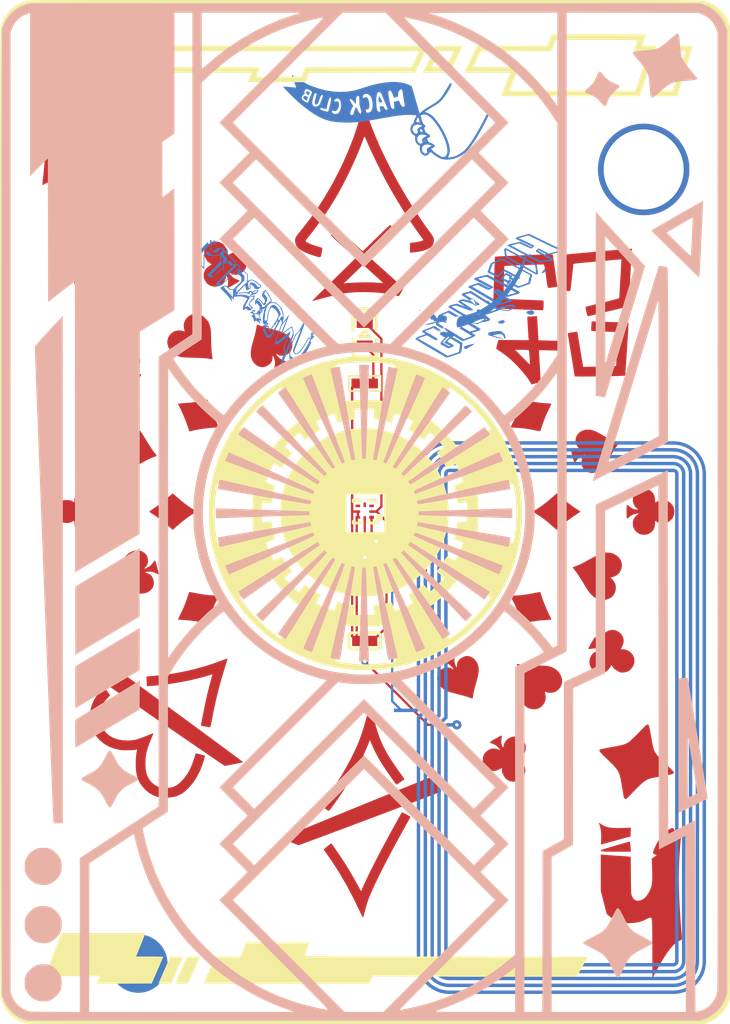
<source format=kicad_pcb>
(kicad_pcb (version 20241229) (generator "pcbnew") (generator_version "9.0")
  (layers (0 "F.Cu" signal) (2 "B.Cu" signal) (13 "F.Paste" user) (15 "B.Paste" user) (5 "F.SilkS" user "F.Silkscreen") (7 "B.SilkS" user "B.Silkscreen") (1 "F.Mask" user) (3 "B.Mask" user) (25 "Edge.Cuts" user))
  (net 0 "")
  (net 1 "Net-(U1-LA)")
  (net 2 "Net-(U1-LB)")
  (net 3 "Net-(LED1-K)")
  (net 4 "Net-(U1-VCC)")
  (net 5 "Net-(LED1-A)")
  (footprint "LOGO" (layer "F.Cu") (at 145.2999 89.9999)
    (property "Reference" "G***" (hide yes))
    (property "Value" "LOGO" (hide yes))
  )
  (footprint "cheapsuits:LED0805-R-RD (LED)" (layer "F.Cu") (at 145.2999 74.5 -90)
    (property "Reference" "LED1" (hide yes))
    (property "Value" "E6C0805UR")
  )
  (footprint "LOGO" (layer "F.Cu") (at 153.7 104.549227 -150)
    (property "Reference" "G***" (hide yes))
    (property "Value" "LOGO" (hide yes))
  )
  (footprint "LOGO" (layer "F.Cu") (at 132.808653 68.344369 30)
    (property "Reference" "G***44" (hide yes))
    (property "Value" "LOGO" (hide yes))
  )
  (footprint "LOGO" (layer "F.Cu") (at 145 89.5)
    (property "Reference" "G***" (hide yes))
    (property "Value" "LOGO" (hide yes))
  )
  (footprint "cheapsuits:XQFN-8_L1.6-W1.6-P0.50-BL_NT3H2111W0FHKH (NFC)" (layer "F.Cu") (at 145.2999 89.9999 180)
    (property "Reference" "U1" (hide yes))
    (property "Value" "NT3H2111W0FHKH")
  )
  (footprint "LOGO" (layer "F.Cu") (at 145.2999 89.9999)
    (property "Reference" "G***" (hide yes))
    (property "Value" "LOGO" (hide yes))
  )
  (footprint "LOGO" (layer "F.Cu") (at 170.3 90.009992 -90)
    (property "Reference" "G***40" (hide yes))
    (property "Value" "LOGO" (hide yes))
  )
  (footprint "LOGO" (layer "F.Cu") (at 160.079418 104.777646 -135)
    (property "Reference" "G***18" (hide yes))
    (property "Value" "LOGO" (hide yes))
  )
  (footprint "LOGO" (layer "F.Cu") (at 125.112474 95.410528 105)
    (property "Reference" "G***" (hide yes))
    (property "Value" "LOGO" (hide yes))
  )
  (footprint "LOGO" (layer "F.Cu") (at 136.9 75.450773 30)
    (property "Reference" "G***" (hide yes))
    (property "Value" "LOGO" (hide yes))
  )
  (footprint "LOGO" (layer "F.Cu") (at 165.488174 95.408108 -105)
    (property "Reference" "G***19" (hide yes))
    (property "Value" "LOGO" (hide yes))
  )
  (footprint "cheapsuits:C0603 (capacitor)" (layer "F.Cu") (at 145.3 101.3 180)
    (property "Reference" "C1" (hide yes))
    (property "Value" "CL10B224KA8NNNC")
  )
  (footprint "LOGO" (layer "F.Cu") (at 166.945639 102.508653 -120)
    (property "Reference" "G***39" (hide yes))
    (property "Value" "LOGO" (hide yes))
  )
  (footprint "LOGO" (layer "F.Cu") (at 159.849227 81.6 -60)
    (property "Reference" "G***9" (hide yes))
    (property "Value" "LOGO" (hide yes))
  )
  (footprint "LOGO" (layer "F.Cu") (at 125.111826 84.591892 75)
    (property "Reference" "G***13" (hide yes))
    (property "Value" "LOGO" (hide yes))
  )
  (footprint "LOGO" (layer "F.Cu") (at 128.5 90 90)
    (property "Reference" "G***2" (hide yes))
    (property "Value" "LOGO" (hide yes))
  )
  (footprint "LOGO" (layer "F.Cu") (at 130.750773 81.6 60)
    (property "Reference" "G***1" (hide yes))
    (property "Value" "LOGO" (hide yes))
  )
  (footprint "LOGO" (layer "F.Cu") (at 162.1 90 -90)
    (property "Reference" "G***8" (hide yes))
    (property "Value" "LOGO" (hide yes))
  )
  (footprint "LOGO" (layer "F.Cu") (at 145 89.5)
    (property "Reference" "G***" (hide yes))
    (property "Value" "LOGO" (hide yes))
  )
  (footprint "LOGO" (layer "F.Cu") (at 123.654361 77.491347 60)
    (property "Reference" "G***" (hide yes))
    (property "Value" "LOGO" (hide yes))
  )
  (footprint "LOGO" (layer "F.Cu") (at 157.791347 111.655631 -150)
    (property "Reference" "G***38" (hide yes))
    (property "Value" "LOGO" (hide yes))
  )
  (footprint "LOGO" (layer "F.Cu") (at 145.2999 90)
    (property "Reference" "G***" (hide yes))
    (property "Value" "LOGO" (hide yes))
  )
  (footprint "LOGO" (layer "F.Cu") (at 130.750773 98.4 120)
    (property "Reference" "G***3" (hide yes))
    (property "Value" "LOGO" (hide yes))
  )
  (footprint "LOGO" (layer "F.Cu") (at 130.520582 75.222354 45)
    (property "Reference" "G***" (hide yes))
    (property "Value" "LOGO" (hide yes))
  )
  (footprint "LOGO" (layer "F.Cu") (at 120.3 89.990008 90)
    (property "Reference" "G***34" (hide yes))
    (property "Value" "LOGO" (hide yes))
  )
  (footprint "LOGO" (layer "F.Cu") (at 145.3 90)
    (property "Reference" "G***" (hide yes))
    (property "Value" "LOGO" (hide yes))
  )
  (footprint "LOGO" (layer "F.Cu") (at 159.849227 98.4 -120)
    (property "Reference" "G***7" (hide yes))
    (property "Value" "LOGO" (hide yes))
  )
  (footprint "LOGO" (layer "F.Cu") (at 165.487526 84.589472 -75)
    (property "Reference" "G***" (hide yes))
    (property "Value" "LOGO" (hide yes))
  )
  (footprint "cheapsuits:R0603 (resistor)" (layer "F.Cu") (at 145.3 78.8 180)
    (property "Reference" "R1" (hide yes))
    (property "Value" "0603WAF470JT5E")
  )
  (footprint "LOGO" (layer "B.Cu") (at 135.394541 71.824436 135)
    (property "Reference" "G***" (hide yes))
    (property "Value" "LOGO" (hide yes))
  )
  (footprint "LOGO" (layer "B.Cu") (at 145.3 90 180)
    (property "Reference" "G***" (hide yes))
    (property "Value" "LOGO" (hide yes))
  )
  (footprint "LOGO" (layer "B.Cu") (at 156.3 71.1 -135)
    (property "Reference" "G***" (hide yes))
    (property "Value" "LOGO" (hide yes))
  )
  (footprint "LOGO" (layer "B.Cu") (at 146.912842 54.670189 150)
    (property "Reference" "G***" (hide yes))
    (property "Value" "LOGO" (hide yes))
  )
  (footprint "cheapsuits:25X48MM_NFC_ANTENNA (antenna)" (layer "B.Cu") (at 162.5 108 -90)
    (property "Reference" "A1" (hide yes))
    (property "Value" "25X48MM_NFC_ANTENNA")
  )
  (footprint "cheapsuits:SMD-Pin-Post" (layer "B.Cu") (at 125.5 129.5 180)
    (property "Reference" "REF**" (hide yes))
    (property "Value" "SMD-Pin-Post")
  )
  (gr_line (start 174.0499 134.4499) (end 116.5499 134.4499) (stroke (width 0.05)) (layer "Edge.Cuts"))
  (gr_arc (start 174.0499 45.5499) (mid 176.17122 46.42858) (end 177.0499 48.5499) (stroke (width 0.05)) (layer "Edge.Cuts"))
  (gr_arc (start 177.0499 131.4499) (mid 176.17122 133.57122) (end 174.0499 134.4499) (stroke (width 0.05)) (layer "Edge.Cuts"))
  (gr_line (start 113.5499 131.4499) (end 113.5499 48.5499) (stroke (width 0.05)) (layer "Edge.Cuts"))
  (gr_arc (start 113.5499 48.5499) (mid 114.42858 46.42858) (end 116.5499 45.5499) (stroke (width 0.05)) (layer "Edge.Cuts"))
  (gr_line (start 177.0499 48.5499) (end 177.0499 131.4499) (stroke (width 0.05)) (layer "Edge.Cuts"))
  (gr_arc (start 116.5499 134.4499) (mid 114.42858 133.57122) (end 113.5499 131.4499) (stroke (width 0.05)) (layer "Edge.Cuts"))
  (gr_line (start 116.5499 45.5499) (end 174.0499 45.5499) (stroke (width 0.05)) (layer "Edge.Cuts"))
  (via (at 169.7 60.1) (size 8) (drill 7) (layers "F.Cu" "B.Cu") (net 0))
  (segment (start 146.3 92.6) (end 145.8998 92.1998) (width 0.2) (layer "F.Cu") (net 1))
  (segment (start 145.8998 92.1998) (end 145.8998 90.4997) (width 0.2) (layer "F.Cu") (net 1))
  (via (at 146.3 92.6) (size 0.6) (drill 0.3) (layers "F.Cu" "B.Cu") (net 1))
  (segment (start 147.7 94) (end 146.3 92.6) (width 0.2) (layer "B.Cu") (net 1))
  (segment (start 148.5 107.365) (end 147.7 106.565) (width 0.2) (layer "B.Cu") (net 1))
  (segment (start 147.7 106.565) (end 147.7 94) (width 0.2) (layer "B.Cu") (net 1))
  (segment (start 150.835 108.635) (end 145.3 103.1) (width 0.2) (layer "F.Cu") (net 2))
  (segment (start 153.356 108.635) (end 150.835 108.635) (width 0.2) (layer "F.Cu") (net 2))
  (segment (start 145.3 94) (end 145.2999 93.9999) (width 0.2) (layer "F.Cu") (net 2))
  (segment (start 145.2999 93.9999) (end 145.2999 90.5998) (width 0.2) (layer "F.Cu") (net 2))
  (via (at 145.3 103.1) (size 0.6) (drill 0.3) (layers "F.Cu" "B.Cu") (net 2))
  (via (at 145.3 94) (size 0.6) (drill 0.3) (layers "F.Cu" "B.Cu") (net 2))
  (segment (start 145.3 103.1) (end 145.3 94) (width 0.2) (layer "B.Cu") (net 2))
  (segment (start 146.3419 89.9998) (end 145.8998 89.9998) (width 0.2) (layer "F.Cu") (net 3))
  (segment (start 145.2999 73.4497) (end 146.75765 74.90745) (width 0.2) (layer "F.Cu") (net 3))
  (segment (start 146.75765 89.55415) (end 146.312 89.9998) (width 0.2) (layer "F.Cu") (net 3))
  (segment (start 146 101.3) (end 147.2009 100.0991) (width 0.2) (layer "F.Cu") (net 3))
  (segment (start 146.75765 74.90745) (end 146.75765 89.55415) (width 0.2) (layer "F.Cu") (net 3))
  (segment (start 147.2009 90.8588) (end 146.3419 89.9998) (width 0.2) (layer "F.Cu") (net 3))
  (segment (start 146.312 89.9998) (end 145.8998 89.9998) (width 0.2) (layer "F.Cu") (net 3))
  (segment (start 147.2009 100.0991) (end 147.2009 90.8588) (width 0.2) (layer "F.Cu") (net 3))
  (segment (start 144.1989 79.1477) (end 144.1989 89.9107) (width 0.2) (layer "F.Cu") (net 4))
  (segment (start 144.1989 100.8989) (end 144.6 101.3) (width 0.2) (layer "F.Cu") (net 4))
  (segment (start 144.6 101.3) (end 144.6 90.5996) (width 0.2) (layer "F.Cu") (net 4))
  (segment (start 144.5466 78.8) (end 144.1989 79.1477) (width 0.2) (layer "F.Cu") (net 4))
  (segment (start 144.6 90.5996) (end 144.6999 90.4997) (width 0.2) (layer "F.Cu") (net 4))
  (segment (start 144.288 89.9998) (end 144.6999 89.9998) (width 0.2) (layer "F.Cu") (net 4))
  (segment (start 144.6999 90.4997) (end 144.6999 89.9998) (width 0.2) (layer "F.Cu") (net 4))
  (segment (start 144.1989 89.9107) (end 144.288 89.9998) (width 0.2) (layer "F.Cu") (net 4))
  (segment (start 144.1989 79.1477) (end 144.1989 100.8989) (width 0.2) (layer "F.Cu") (net 4))
  (segment (start 146.0534 78.8) (end 146.0534 76.3038) (width 0.2) (layer "F.Cu") (net 5))
  (segment (start 146.0534 76.3038) (end 145.2999 75.5503) (width 0.2) (layer "F.Cu") (net 5))
)
</source>
